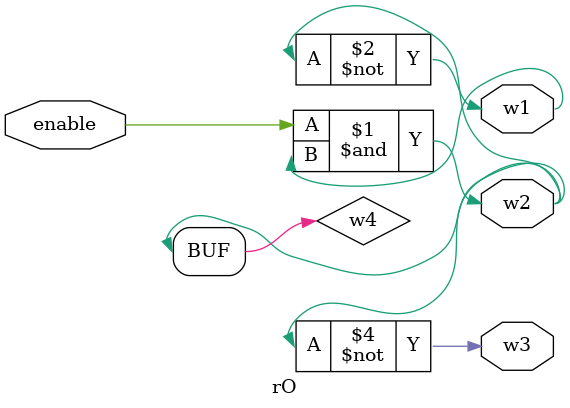
<source format=v>
module rO (enable, w1, w2, w3);
    input enable;
    output w1, w2, w3;
    wire w4;

    and (w4, enable, w1);
    not #2(w1, w2);
    not #2(w2, w3);
    not #2(w3, w4);
endmodule


/*	module RO (enable, w1, w2, w3, w4);
    input enable;
    output w1, w2, w3, w4;
    wire w5;

    and (w4, enable, w1);
    not #2(w1, w4);

    tff (w4, 0, 1, w2);*/
</source>
